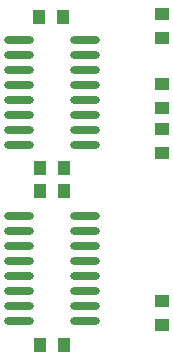
<source format=gtp>
G04*
G04 #@! TF.GenerationSoftware,Altium Limited,Altium Designer,25.2.1 (25)*
G04*
G04 Layer_Color=8421504*
%FSLAX44Y44*%
%MOMM*%
G71*
G04*
G04 #@! TF.SameCoordinates,BB5B7109-8511-46E3-AB3A-B5F62D7AE0FB*
G04*
G04*
G04 #@! TF.FilePolarity,Positive*
G04*
G01*
G75*
%ADD15R,1.0160X1.2700*%
%ADD16O,2.5400X0.6000*%
%ADD17R,1.2700X1.0160*%
D15*
X230160Y308010D02*
D03*
X209840D02*
D03*
X231160Y30010D02*
D03*
X210840D02*
D03*
X231160Y160010D02*
D03*
X210840D02*
D03*
Y180010D02*
D03*
X231160D02*
D03*
D16*
X249000Y50560D02*
D03*
Y63260D02*
D03*
Y75960D02*
D03*
Y88660D02*
D03*
Y101360D02*
D03*
Y114060D02*
D03*
Y126760D02*
D03*
Y139460D02*
D03*
X193000Y50560D02*
D03*
Y63260D02*
D03*
Y75960D02*
D03*
Y88660D02*
D03*
Y101360D02*
D03*
Y114060D02*
D03*
Y126760D02*
D03*
Y139460D02*
D03*
X249000Y199560D02*
D03*
Y212260D02*
D03*
Y224960D02*
D03*
Y237660D02*
D03*
Y250360D02*
D03*
Y263060D02*
D03*
Y275760D02*
D03*
Y288460D02*
D03*
X193000Y199560D02*
D03*
Y212260D02*
D03*
Y224960D02*
D03*
Y237660D02*
D03*
Y250360D02*
D03*
Y263060D02*
D03*
Y275760D02*
D03*
Y288460D02*
D03*
D17*
X314000Y230850D02*
D03*
Y251170D02*
D03*
Y289850D02*
D03*
Y310170D02*
D03*
Y67160D02*
D03*
Y46840D02*
D03*
Y213160D02*
D03*
Y192840D02*
D03*
M02*

</source>
